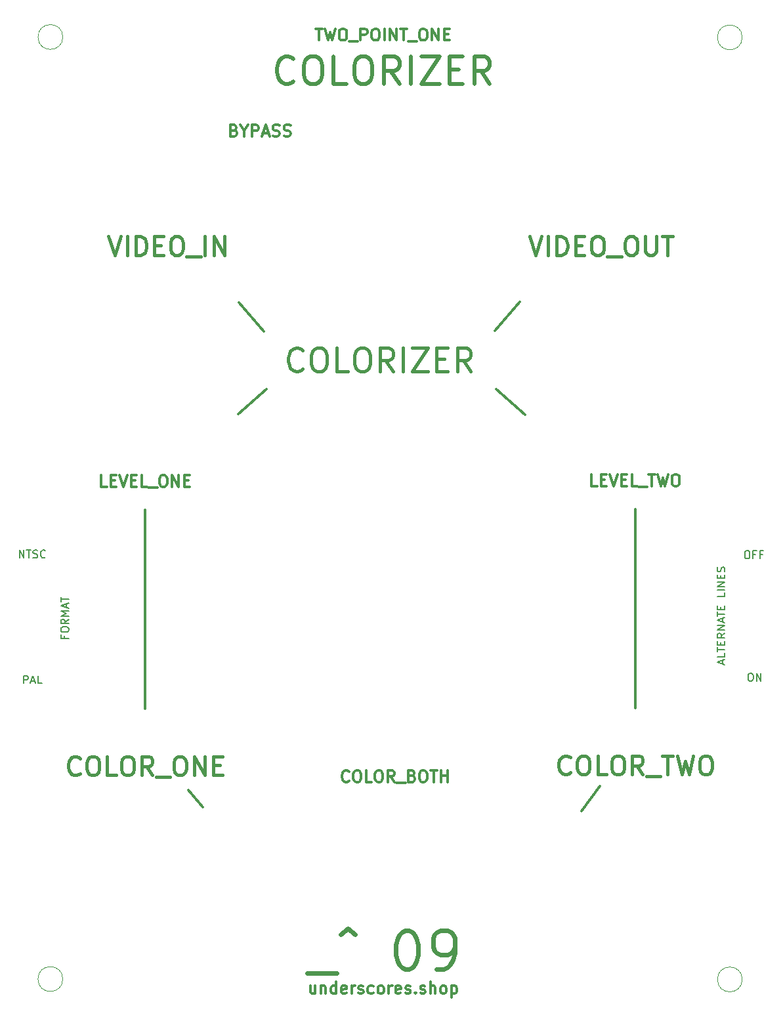
<source format=gbr>
%TF.GenerationSoftware,KiCad,Pcbnew,7.0.9*%
%TF.CreationDate,2024-04-27T17:18:48+10:00*%
%TF.ProjectId,eurorack_panel,6575726f-7261-4636-9b5f-70616e656c2e,rev?*%
%TF.SameCoordinates,Original*%
%TF.FileFunction,Legend,Top*%
%TF.FilePolarity,Positive*%
%FSLAX46Y46*%
G04 Gerber Fmt 4.6, Leading zero omitted, Abs format (unit mm)*
G04 Created by KiCad (PCBNEW 7.0.9) date 2024-04-27 17:18:48*
%MOMM*%
%LPD*%
G01*
G04 APERTURE LIST*
%ADD10C,0.350000*%
%ADD11C,0.050000*%
%ADD12C,0.450000*%
%ADD13C,0.200000*%
%ADD14C,0.400000*%
%ADD15C,0.500000*%
%ADD16C,0.600000*%
%ADD17C,0.300000*%
G04 APERTURE END LIST*
D10*
X88550000Y-136500000D02*
X86650000Y-134300000D01*
X96750000Y-82575000D02*
X93050000Y-85825000D01*
X96400000Y-75100000D02*
X93150000Y-71400000D01*
D11*
X70450000Y-158700000D02*
G75*
G03*
X70450000Y-158700000I-1600000J0D01*
G01*
X70450000Y-37150000D02*
G75*
G03*
X70450000Y-37150000I-1600000J0D01*
G01*
X158100000Y-158750000D02*
G75*
G03*
X158100000Y-158750000I-1600000J0D01*
G01*
D10*
X137400000Y-137000000D02*
X139700000Y-133800000D01*
X144300000Y-98100000D02*
X144300000Y-123700000D01*
X130100000Y-85850000D02*
X126400000Y-82600000D01*
D11*
X158100000Y-37200000D02*
G75*
G03*
X158100000Y-37200000I-1600000J0D01*
G01*
D10*
X81100000Y-98200000D02*
X81100000Y-123800000D01*
X129450000Y-71350000D02*
X126200000Y-75050000D01*
D12*
X135900000Y-132058314D02*
X135785714Y-132172600D01*
X135785714Y-132172600D02*
X135442857Y-132286885D01*
X135442857Y-132286885D02*
X135214285Y-132286885D01*
X135214285Y-132286885D02*
X134871428Y-132172600D01*
X134871428Y-132172600D02*
X134642857Y-131944028D01*
X134642857Y-131944028D02*
X134528571Y-131715457D01*
X134528571Y-131715457D02*
X134414285Y-131258314D01*
X134414285Y-131258314D02*
X134414285Y-130915457D01*
X134414285Y-130915457D02*
X134528571Y-130458314D01*
X134528571Y-130458314D02*
X134642857Y-130229742D01*
X134642857Y-130229742D02*
X134871428Y-130001171D01*
X134871428Y-130001171D02*
X135214285Y-129886885D01*
X135214285Y-129886885D02*
X135442857Y-129886885D01*
X135442857Y-129886885D02*
X135785714Y-130001171D01*
X135785714Y-130001171D02*
X135900000Y-130115457D01*
X137385714Y-129886885D02*
X137842857Y-129886885D01*
X137842857Y-129886885D02*
X138071428Y-130001171D01*
X138071428Y-130001171D02*
X138300000Y-130229742D01*
X138300000Y-130229742D02*
X138414285Y-130686885D01*
X138414285Y-130686885D02*
X138414285Y-131486885D01*
X138414285Y-131486885D02*
X138300000Y-131944028D01*
X138300000Y-131944028D02*
X138071428Y-132172600D01*
X138071428Y-132172600D02*
X137842857Y-132286885D01*
X137842857Y-132286885D02*
X137385714Y-132286885D01*
X137385714Y-132286885D02*
X137157143Y-132172600D01*
X137157143Y-132172600D02*
X136928571Y-131944028D01*
X136928571Y-131944028D02*
X136814285Y-131486885D01*
X136814285Y-131486885D02*
X136814285Y-130686885D01*
X136814285Y-130686885D02*
X136928571Y-130229742D01*
X136928571Y-130229742D02*
X137157143Y-130001171D01*
X137157143Y-130001171D02*
X137385714Y-129886885D01*
X140585714Y-132286885D02*
X139442857Y-132286885D01*
X139442857Y-132286885D02*
X139442857Y-129886885D01*
X141842857Y-129886885D02*
X142300000Y-129886885D01*
X142300000Y-129886885D02*
X142528571Y-130001171D01*
X142528571Y-130001171D02*
X142757143Y-130229742D01*
X142757143Y-130229742D02*
X142871428Y-130686885D01*
X142871428Y-130686885D02*
X142871428Y-131486885D01*
X142871428Y-131486885D02*
X142757143Y-131944028D01*
X142757143Y-131944028D02*
X142528571Y-132172600D01*
X142528571Y-132172600D02*
X142300000Y-132286885D01*
X142300000Y-132286885D02*
X141842857Y-132286885D01*
X141842857Y-132286885D02*
X141614286Y-132172600D01*
X141614286Y-132172600D02*
X141385714Y-131944028D01*
X141385714Y-131944028D02*
X141271428Y-131486885D01*
X141271428Y-131486885D02*
X141271428Y-130686885D01*
X141271428Y-130686885D02*
X141385714Y-130229742D01*
X141385714Y-130229742D02*
X141614286Y-130001171D01*
X141614286Y-130001171D02*
X141842857Y-129886885D01*
X145271429Y-132286885D02*
X144471429Y-131144028D01*
X143900000Y-132286885D02*
X143900000Y-129886885D01*
X143900000Y-129886885D02*
X144814286Y-129886885D01*
X144814286Y-129886885D02*
X145042857Y-130001171D01*
X145042857Y-130001171D02*
X145157143Y-130115457D01*
X145157143Y-130115457D02*
X145271429Y-130344028D01*
X145271429Y-130344028D02*
X145271429Y-130686885D01*
X145271429Y-130686885D02*
X145157143Y-130915457D01*
X145157143Y-130915457D02*
X145042857Y-131029742D01*
X145042857Y-131029742D02*
X144814286Y-131144028D01*
X144814286Y-131144028D02*
X143900000Y-131144028D01*
X145728572Y-132515457D02*
X147557143Y-132515457D01*
X147785714Y-129886885D02*
X149157143Y-129886885D01*
X148471428Y-132286885D02*
X148471428Y-129886885D01*
X149728571Y-129886885D02*
X150299999Y-132286885D01*
X150299999Y-132286885D02*
X150757142Y-130572600D01*
X150757142Y-130572600D02*
X151214285Y-132286885D01*
X151214285Y-132286885D02*
X151785714Y-129886885D01*
X153157142Y-129886885D02*
X153614285Y-129886885D01*
X153614285Y-129886885D02*
X153842856Y-130001171D01*
X153842856Y-130001171D02*
X154071428Y-130229742D01*
X154071428Y-130229742D02*
X154185713Y-130686885D01*
X154185713Y-130686885D02*
X154185713Y-131486885D01*
X154185713Y-131486885D02*
X154071428Y-131944028D01*
X154071428Y-131944028D02*
X153842856Y-132172600D01*
X153842856Y-132172600D02*
X153614285Y-132286885D01*
X153614285Y-132286885D02*
X153157142Y-132286885D01*
X153157142Y-132286885D02*
X152928571Y-132172600D01*
X152928571Y-132172600D02*
X152699999Y-131944028D01*
X152699999Y-131944028D02*
X152585713Y-131486885D01*
X152585713Y-131486885D02*
X152585713Y-130686885D01*
X152585713Y-130686885D02*
X152699999Y-130229742D01*
X152699999Y-130229742D02*
X152928571Y-130001171D01*
X152928571Y-130001171D02*
X153157142Y-129886885D01*
D13*
X159080952Y-119252219D02*
X159271428Y-119252219D01*
X159271428Y-119252219D02*
X159366666Y-119299838D01*
X159366666Y-119299838D02*
X159461904Y-119395076D01*
X159461904Y-119395076D02*
X159509523Y-119585552D01*
X159509523Y-119585552D02*
X159509523Y-119918885D01*
X159509523Y-119918885D02*
X159461904Y-120109361D01*
X159461904Y-120109361D02*
X159366666Y-120204600D01*
X159366666Y-120204600D02*
X159271428Y-120252219D01*
X159271428Y-120252219D02*
X159080952Y-120252219D01*
X159080952Y-120252219D02*
X158985714Y-120204600D01*
X158985714Y-120204600D02*
X158890476Y-120109361D01*
X158890476Y-120109361D02*
X158842857Y-119918885D01*
X158842857Y-119918885D02*
X158842857Y-119585552D01*
X158842857Y-119585552D02*
X158890476Y-119395076D01*
X158890476Y-119395076D02*
X158985714Y-119299838D01*
X158985714Y-119299838D02*
X159080952Y-119252219D01*
X159938095Y-120252219D02*
X159938095Y-119252219D01*
X159938095Y-119252219D02*
X160509523Y-120252219D01*
X160509523Y-120252219D02*
X160509523Y-119252219D01*
D14*
X101371429Y-79981342D02*
X101228572Y-80124200D01*
X101228572Y-80124200D02*
X100800000Y-80267057D01*
X100800000Y-80267057D02*
X100514286Y-80267057D01*
X100514286Y-80267057D02*
X100085715Y-80124200D01*
X100085715Y-80124200D02*
X99800000Y-79838485D01*
X99800000Y-79838485D02*
X99657143Y-79552771D01*
X99657143Y-79552771D02*
X99514286Y-78981342D01*
X99514286Y-78981342D02*
X99514286Y-78552771D01*
X99514286Y-78552771D02*
X99657143Y-77981342D01*
X99657143Y-77981342D02*
X99800000Y-77695628D01*
X99800000Y-77695628D02*
X100085715Y-77409914D01*
X100085715Y-77409914D02*
X100514286Y-77267057D01*
X100514286Y-77267057D02*
X100800000Y-77267057D01*
X100800000Y-77267057D02*
X101228572Y-77409914D01*
X101228572Y-77409914D02*
X101371429Y-77552771D01*
X103228572Y-77267057D02*
X103800000Y-77267057D01*
X103800000Y-77267057D02*
X104085715Y-77409914D01*
X104085715Y-77409914D02*
X104371429Y-77695628D01*
X104371429Y-77695628D02*
X104514286Y-78267057D01*
X104514286Y-78267057D02*
X104514286Y-79267057D01*
X104514286Y-79267057D02*
X104371429Y-79838485D01*
X104371429Y-79838485D02*
X104085715Y-80124200D01*
X104085715Y-80124200D02*
X103800000Y-80267057D01*
X103800000Y-80267057D02*
X103228572Y-80267057D01*
X103228572Y-80267057D02*
X102942858Y-80124200D01*
X102942858Y-80124200D02*
X102657143Y-79838485D01*
X102657143Y-79838485D02*
X102514286Y-79267057D01*
X102514286Y-79267057D02*
X102514286Y-78267057D01*
X102514286Y-78267057D02*
X102657143Y-77695628D01*
X102657143Y-77695628D02*
X102942858Y-77409914D01*
X102942858Y-77409914D02*
X103228572Y-77267057D01*
X107228572Y-80267057D02*
X105800000Y-80267057D01*
X105800000Y-80267057D02*
X105800000Y-77267057D01*
X108800000Y-77267057D02*
X109371428Y-77267057D01*
X109371428Y-77267057D02*
X109657143Y-77409914D01*
X109657143Y-77409914D02*
X109942857Y-77695628D01*
X109942857Y-77695628D02*
X110085714Y-78267057D01*
X110085714Y-78267057D02*
X110085714Y-79267057D01*
X110085714Y-79267057D02*
X109942857Y-79838485D01*
X109942857Y-79838485D02*
X109657143Y-80124200D01*
X109657143Y-80124200D02*
X109371428Y-80267057D01*
X109371428Y-80267057D02*
X108800000Y-80267057D01*
X108800000Y-80267057D02*
X108514286Y-80124200D01*
X108514286Y-80124200D02*
X108228571Y-79838485D01*
X108228571Y-79838485D02*
X108085714Y-79267057D01*
X108085714Y-79267057D02*
X108085714Y-78267057D01*
X108085714Y-78267057D02*
X108228571Y-77695628D01*
X108228571Y-77695628D02*
X108514286Y-77409914D01*
X108514286Y-77409914D02*
X108800000Y-77267057D01*
X113085714Y-80267057D02*
X112085714Y-78838485D01*
X111371428Y-80267057D02*
X111371428Y-77267057D01*
X111371428Y-77267057D02*
X112514285Y-77267057D01*
X112514285Y-77267057D02*
X112800000Y-77409914D01*
X112800000Y-77409914D02*
X112942857Y-77552771D01*
X112942857Y-77552771D02*
X113085714Y-77838485D01*
X113085714Y-77838485D02*
X113085714Y-78267057D01*
X113085714Y-78267057D02*
X112942857Y-78552771D01*
X112942857Y-78552771D02*
X112800000Y-78695628D01*
X112800000Y-78695628D02*
X112514285Y-78838485D01*
X112514285Y-78838485D02*
X111371428Y-78838485D01*
X114371428Y-80267057D02*
X114371428Y-77267057D01*
X115514285Y-77267057D02*
X117514285Y-77267057D01*
X117514285Y-77267057D02*
X115514285Y-80267057D01*
X115514285Y-80267057D02*
X117514285Y-80267057D01*
X118657142Y-78695628D02*
X119657142Y-78695628D01*
X120085714Y-80267057D02*
X118657142Y-80267057D01*
X118657142Y-80267057D02*
X118657142Y-77267057D01*
X118657142Y-77267057D02*
X120085714Y-77267057D01*
X123085714Y-80267057D02*
X122085714Y-78838485D01*
X121371428Y-80267057D02*
X121371428Y-77267057D01*
X121371428Y-77267057D02*
X122514285Y-77267057D01*
X122514285Y-77267057D02*
X122800000Y-77409914D01*
X122800000Y-77409914D02*
X122942857Y-77552771D01*
X122942857Y-77552771D02*
X123085714Y-77838485D01*
X123085714Y-77838485D02*
X123085714Y-78267057D01*
X123085714Y-78267057D02*
X122942857Y-78552771D01*
X122942857Y-78552771D02*
X122800000Y-78695628D01*
X122800000Y-78695628D02*
X122514285Y-78838485D01*
X122514285Y-78838485D02*
X121371428Y-78838485D01*
D13*
X64857143Y-104352219D02*
X64857143Y-103352219D01*
X64857143Y-103352219D02*
X65428571Y-104352219D01*
X65428571Y-104352219D02*
X65428571Y-103352219D01*
X65761905Y-103352219D02*
X66333333Y-103352219D01*
X66047619Y-104352219D02*
X66047619Y-103352219D01*
X66619048Y-104304600D02*
X66761905Y-104352219D01*
X66761905Y-104352219D02*
X67000000Y-104352219D01*
X67000000Y-104352219D02*
X67095238Y-104304600D01*
X67095238Y-104304600D02*
X67142857Y-104256980D01*
X67142857Y-104256980D02*
X67190476Y-104161742D01*
X67190476Y-104161742D02*
X67190476Y-104066504D01*
X67190476Y-104066504D02*
X67142857Y-103971266D01*
X67142857Y-103971266D02*
X67095238Y-103923647D01*
X67095238Y-103923647D02*
X67000000Y-103876028D01*
X67000000Y-103876028D02*
X66809524Y-103828409D01*
X66809524Y-103828409D02*
X66714286Y-103780790D01*
X66714286Y-103780790D02*
X66666667Y-103733171D01*
X66666667Y-103733171D02*
X66619048Y-103637933D01*
X66619048Y-103637933D02*
X66619048Y-103542695D01*
X66619048Y-103542695D02*
X66666667Y-103447457D01*
X66666667Y-103447457D02*
X66714286Y-103399838D01*
X66714286Y-103399838D02*
X66809524Y-103352219D01*
X66809524Y-103352219D02*
X67047619Y-103352219D01*
X67047619Y-103352219D02*
X67190476Y-103399838D01*
X68190476Y-104256980D02*
X68142857Y-104304600D01*
X68142857Y-104304600D02*
X68000000Y-104352219D01*
X68000000Y-104352219D02*
X67904762Y-104352219D01*
X67904762Y-104352219D02*
X67761905Y-104304600D01*
X67761905Y-104304600D02*
X67666667Y-104209361D01*
X67666667Y-104209361D02*
X67619048Y-104114123D01*
X67619048Y-104114123D02*
X67571429Y-103923647D01*
X67571429Y-103923647D02*
X67571429Y-103780790D01*
X67571429Y-103780790D02*
X67619048Y-103590314D01*
X67619048Y-103590314D02*
X67666667Y-103495076D01*
X67666667Y-103495076D02*
X67761905Y-103399838D01*
X67761905Y-103399838D02*
X67904762Y-103352219D01*
X67904762Y-103352219D02*
X68000000Y-103352219D01*
X68000000Y-103352219D02*
X68142857Y-103399838D01*
X68142857Y-103399838D02*
X68190476Y-103447457D01*
D10*
X76135713Y-95175728D02*
X75421427Y-95175728D01*
X75421427Y-95175728D02*
X75421427Y-93675728D01*
X76635713Y-94390014D02*
X77135713Y-94390014D01*
X77349999Y-95175728D02*
X76635713Y-95175728D01*
X76635713Y-95175728D02*
X76635713Y-93675728D01*
X76635713Y-93675728D02*
X77349999Y-93675728D01*
X77778571Y-93675728D02*
X78278571Y-95175728D01*
X78278571Y-95175728D02*
X78778571Y-93675728D01*
X79278570Y-94390014D02*
X79778570Y-94390014D01*
X79992856Y-95175728D02*
X79278570Y-95175728D01*
X79278570Y-95175728D02*
X79278570Y-93675728D01*
X79278570Y-93675728D02*
X79992856Y-93675728D01*
X81349999Y-95175728D02*
X80635713Y-95175728D01*
X80635713Y-95175728D02*
X80635713Y-93675728D01*
X81492857Y-95318585D02*
X82635714Y-95318585D01*
X83278571Y-93675728D02*
X83564285Y-93675728D01*
X83564285Y-93675728D02*
X83707142Y-93747157D01*
X83707142Y-93747157D02*
X83849999Y-93890014D01*
X83849999Y-93890014D02*
X83921428Y-94175728D01*
X83921428Y-94175728D02*
X83921428Y-94675728D01*
X83921428Y-94675728D02*
X83849999Y-94961442D01*
X83849999Y-94961442D02*
X83707142Y-95104300D01*
X83707142Y-95104300D02*
X83564285Y-95175728D01*
X83564285Y-95175728D02*
X83278571Y-95175728D01*
X83278571Y-95175728D02*
X83135714Y-95104300D01*
X83135714Y-95104300D02*
X82992856Y-94961442D01*
X82992856Y-94961442D02*
X82921428Y-94675728D01*
X82921428Y-94675728D02*
X82921428Y-94175728D01*
X82921428Y-94175728D02*
X82992856Y-93890014D01*
X82992856Y-93890014D02*
X83135714Y-93747157D01*
X83135714Y-93747157D02*
X83278571Y-93675728D01*
X84564285Y-95175728D02*
X84564285Y-93675728D01*
X84564285Y-93675728D02*
X85421428Y-95175728D01*
X85421428Y-95175728D02*
X85421428Y-93675728D01*
X86135714Y-94390014D02*
X86635714Y-94390014D01*
X86850000Y-95175728D02*
X86135714Y-95175728D01*
X86135714Y-95175728D02*
X86135714Y-93675728D01*
X86135714Y-93675728D02*
X86850000Y-93675728D01*
D15*
X100216666Y-42859834D02*
X100049999Y-43026501D01*
X100049999Y-43026501D02*
X99549999Y-43193167D01*
X99549999Y-43193167D02*
X99216666Y-43193167D01*
X99216666Y-43193167D02*
X98716666Y-43026501D01*
X98716666Y-43026501D02*
X98383333Y-42693167D01*
X98383333Y-42693167D02*
X98216666Y-42359834D01*
X98216666Y-42359834D02*
X98049999Y-41693167D01*
X98049999Y-41693167D02*
X98049999Y-41193167D01*
X98049999Y-41193167D02*
X98216666Y-40526501D01*
X98216666Y-40526501D02*
X98383333Y-40193167D01*
X98383333Y-40193167D02*
X98716666Y-39859834D01*
X98716666Y-39859834D02*
X99216666Y-39693167D01*
X99216666Y-39693167D02*
X99549999Y-39693167D01*
X99549999Y-39693167D02*
X100049999Y-39859834D01*
X100049999Y-39859834D02*
X100216666Y-40026501D01*
X102383333Y-39693167D02*
X103049999Y-39693167D01*
X103049999Y-39693167D02*
X103383333Y-39859834D01*
X103383333Y-39859834D02*
X103716666Y-40193167D01*
X103716666Y-40193167D02*
X103883333Y-40859834D01*
X103883333Y-40859834D02*
X103883333Y-42026501D01*
X103883333Y-42026501D02*
X103716666Y-42693167D01*
X103716666Y-42693167D02*
X103383333Y-43026501D01*
X103383333Y-43026501D02*
X103049999Y-43193167D01*
X103049999Y-43193167D02*
X102383333Y-43193167D01*
X102383333Y-43193167D02*
X102049999Y-43026501D01*
X102049999Y-43026501D02*
X101716666Y-42693167D01*
X101716666Y-42693167D02*
X101549999Y-42026501D01*
X101549999Y-42026501D02*
X101549999Y-40859834D01*
X101549999Y-40859834D02*
X101716666Y-40193167D01*
X101716666Y-40193167D02*
X102049999Y-39859834D01*
X102049999Y-39859834D02*
X102383333Y-39693167D01*
X107050000Y-43193167D02*
X105383333Y-43193167D01*
X105383333Y-43193167D02*
X105383333Y-39693167D01*
X108883333Y-39693167D02*
X109549999Y-39693167D01*
X109549999Y-39693167D02*
X109883333Y-39859834D01*
X109883333Y-39859834D02*
X110216666Y-40193167D01*
X110216666Y-40193167D02*
X110383333Y-40859834D01*
X110383333Y-40859834D02*
X110383333Y-42026501D01*
X110383333Y-42026501D02*
X110216666Y-42693167D01*
X110216666Y-42693167D02*
X109883333Y-43026501D01*
X109883333Y-43026501D02*
X109549999Y-43193167D01*
X109549999Y-43193167D02*
X108883333Y-43193167D01*
X108883333Y-43193167D02*
X108549999Y-43026501D01*
X108549999Y-43026501D02*
X108216666Y-42693167D01*
X108216666Y-42693167D02*
X108049999Y-42026501D01*
X108049999Y-42026501D02*
X108049999Y-40859834D01*
X108049999Y-40859834D02*
X108216666Y-40193167D01*
X108216666Y-40193167D02*
X108549999Y-39859834D01*
X108549999Y-39859834D02*
X108883333Y-39693167D01*
X113883333Y-43193167D02*
X112716666Y-41526501D01*
X111883333Y-43193167D02*
X111883333Y-39693167D01*
X111883333Y-39693167D02*
X113216666Y-39693167D01*
X113216666Y-39693167D02*
X113550000Y-39859834D01*
X113550000Y-39859834D02*
X113716666Y-40026501D01*
X113716666Y-40026501D02*
X113883333Y-40359834D01*
X113883333Y-40359834D02*
X113883333Y-40859834D01*
X113883333Y-40859834D02*
X113716666Y-41193167D01*
X113716666Y-41193167D02*
X113550000Y-41359834D01*
X113550000Y-41359834D02*
X113216666Y-41526501D01*
X113216666Y-41526501D02*
X111883333Y-41526501D01*
X115383333Y-43193167D02*
X115383333Y-39693167D01*
X116716667Y-39693167D02*
X119050000Y-39693167D01*
X119050000Y-39693167D02*
X116716667Y-43193167D01*
X116716667Y-43193167D02*
X119050000Y-43193167D01*
X120383333Y-41359834D02*
X121550000Y-41359834D01*
X122050000Y-43193167D02*
X120383333Y-43193167D01*
X120383333Y-43193167D02*
X120383333Y-39693167D01*
X120383333Y-39693167D02*
X122050000Y-39693167D01*
X125550000Y-43193167D02*
X124383333Y-41526501D01*
X123550000Y-43193167D02*
X123550000Y-39693167D01*
X123550000Y-39693167D02*
X124883333Y-39693167D01*
X124883333Y-39693167D02*
X125216667Y-39859834D01*
X125216667Y-39859834D02*
X125383333Y-40026501D01*
X125383333Y-40026501D02*
X125550000Y-40359834D01*
X125550000Y-40359834D02*
X125550000Y-40859834D01*
X125550000Y-40859834D02*
X125383333Y-41193167D01*
X125383333Y-41193167D02*
X125216667Y-41359834D01*
X125216667Y-41359834D02*
X124883333Y-41526501D01*
X124883333Y-41526501D02*
X123550000Y-41526501D01*
D16*
X102000000Y-157908085D02*
X105809523Y-157908085D01*
X106285714Y-152908085D02*
X107238095Y-152193800D01*
X107238095Y-152193800D02*
X108190476Y-152908085D01*
X114619048Y-152431895D02*
X115095238Y-152431895D01*
X115095238Y-152431895D02*
X115571429Y-152669990D01*
X115571429Y-152669990D02*
X115809524Y-152908085D01*
X115809524Y-152908085D02*
X116047619Y-153384276D01*
X116047619Y-153384276D02*
X116285714Y-154336657D01*
X116285714Y-154336657D02*
X116285714Y-155527133D01*
X116285714Y-155527133D02*
X116047619Y-156479514D01*
X116047619Y-156479514D02*
X115809524Y-156955704D01*
X115809524Y-156955704D02*
X115571429Y-157193800D01*
X115571429Y-157193800D02*
X115095238Y-157431895D01*
X115095238Y-157431895D02*
X114619048Y-157431895D01*
X114619048Y-157431895D02*
X114142857Y-157193800D01*
X114142857Y-157193800D02*
X113904762Y-156955704D01*
X113904762Y-156955704D02*
X113666667Y-156479514D01*
X113666667Y-156479514D02*
X113428571Y-155527133D01*
X113428571Y-155527133D02*
X113428571Y-154336657D01*
X113428571Y-154336657D02*
X113666667Y-153384276D01*
X113666667Y-153384276D02*
X113904762Y-152908085D01*
X113904762Y-152908085D02*
X114142857Y-152669990D01*
X114142857Y-152669990D02*
X114619048Y-152431895D01*
X118666667Y-157431895D02*
X119619048Y-157431895D01*
X119619048Y-157431895D02*
X120095238Y-157193800D01*
X120095238Y-157193800D02*
X120333334Y-156955704D01*
X120333334Y-156955704D02*
X120809524Y-156241419D01*
X120809524Y-156241419D02*
X121047619Y-155289038D01*
X121047619Y-155289038D02*
X121047619Y-153384276D01*
X121047619Y-153384276D02*
X120809524Y-152908085D01*
X120809524Y-152908085D02*
X120571429Y-152669990D01*
X120571429Y-152669990D02*
X120095238Y-152431895D01*
X120095238Y-152431895D02*
X119142857Y-152431895D01*
X119142857Y-152431895D02*
X118666667Y-152669990D01*
X118666667Y-152669990D02*
X118428572Y-152908085D01*
X118428572Y-152908085D02*
X118190476Y-153384276D01*
X118190476Y-153384276D02*
X118190476Y-154574752D01*
X118190476Y-154574752D02*
X118428572Y-155050942D01*
X118428572Y-155050942D02*
X118666667Y-155289038D01*
X118666667Y-155289038D02*
X119142857Y-155527133D01*
X119142857Y-155527133D02*
X120095238Y-155527133D01*
X120095238Y-155527133D02*
X120571429Y-155289038D01*
X120571429Y-155289038D02*
X120809524Y-155050942D01*
X120809524Y-155050942D02*
X121047619Y-154574752D01*
D12*
X72642857Y-132158314D02*
X72528571Y-132272600D01*
X72528571Y-132272600D02*
X72185714Y-132386885D01*
X72185714Y-132386885D02*
X71957142Y-132386885D01*
X71957142Y-132386885D02*
X71614285Y-132272600D01*
X71614285Y-132272600D02*
X71385714Y-132044028D01*
X71385714Y-132044028D02*
X71271428Y-131815457D01*
X71271428Y-131815457D02*
X71157142Y-131358314D01*
X71157142Y-131358314D02*
X71157142Y-131015457D01*
X71157142Y-131015457D02*
X71271428Y-130558314D01*
X71271428Y-130558314D02*
X71385714Y-130329742D01*
X71385714Y-130329742D02*
X71614285Y-130101171D01*
X71614285Y-130101171D02*
X71957142Y-129986885D01*
X71957142Y-129986885D02*
X72185714Y-129986885D01*
X72185714Y-129986885D02*
X72528571Y-130101171D01*
X72528571Y-130101171D02*
X72642857Y-130215457D01*
X74128571Y-129986885D02*
X74585714Y-129986885D01*
X74585714Y-129986885D02*
X74814285Y-130101171D01*
X74814285Y-130101171D02*
X75042857Y-130329742D01*
X75042857Y-130329742D02*
X75157142Y-130786885D01*
X75157142Y-130786885D02*
X75157142Y-131586885D01*
X75157142Y-131586885D02*
X75042857Y-132044028D01*
X75042857Y-132044028D02*
X74814285Y-132272600D01*
X74814285Y-132272600D02*
X74585714Y-132386885D01*
X74585714Y-132386885D02*
X74128571Y-132386885D01*
X74128571Y-132386885D02*
X73900000Y-132272600D01*
X73900000Y-132272600D02*
X73671428Y-132044028D01*
X73671428Y-132044028D02*
X73557142Y-131586885D01*
X73557142Y-131586885D02*
X73557142Y-130786885D01*
X73557142Y-130786885D02*
X73671428Y-130329742D01*
X73671428Y-130329742D02*
X73900000Y-130101171D01*
X73900000Y-130101171D02*
X74128571Y-129986885D01*
X77328571Y-132386885D02*
X76185714Y-132386885D01*
X76185714Y-132386885D02*
X76185714Y-129986885D01*
X78585714Y-129986885D02*
X79042857Y-129986885D01*
X79042857Y-129986885D02*
X79271428Y-130101171D01*
X79271428Y-130101171D02*
X79500000Y-130329742D01*
X79500000Y-130329742D02*
X79614285Y-130786885D01*
X79614285Y-130786885D02*
X79614285Y-131586885D01*
X79614285Y-131586885D02*
X79500000Y-132044028D01*
X79500000Y-132044028D02*
X79271428Y-132272600D01*
X79271428Y-132272600D02*
X79042857Y-132386885D01*
X79042857Y-132386885D02*
X78585714Y-132386885D01*
X78585714Y-132386885D02*
X78357143Y-132272600D01*
X78357143Y-132272600D02*
X78128571Y-132044028D01*
X78128571Y-132044028D02*
X78014285Y-131586885D01*
X78014285Y-131586885D02*
X78014285Y-130786885D01*
X78014285Y-130786885D02*
X78128571Y-130329742D01*
X78128571Y-130329742D02*
X78357143Y-130101171D01*
X78357143Y-130101171D02*
X78585714Y-129986885D01*
X82014286Y-132386885D02*
X81214286Y-131244028D01*
X80642857Y-132386885D02*
X80642857Y-129986885D01*
X80642857Y-129986885D02*
X81557143Y-129986885D01*
X81557143Y-129986885D02*
X81785714Y-130101171D01*
X81785714Y-130101171D02*
X81900000Y-130215457D01*
X81900000Y-130215457D02*
X82014286Y-130444028D01*
X82014286Y-130444028D02*
X82014286Y-130786885D01*
X82014286Y-130786885D02*
X81900000Y-131015457D01*
X81900000Y-131015457D02*
X81785714Y-131129742D01*
X81785714Y-131129742D02*
X81557143Y-131244028D01*
X81557143Y-131244028D02*
X80642857Y-131244028D01*
X82471429Y-132615457D02*
X84300000Y-132615457D01*
X85328571Y-129986885D02*
X85785714Y-129986885D01*
X85785714Y-129986885D02*
X86014285Y-130101171D01*
X86014285Y-130101171D02*
X86242857Y-130329742D01*
X86242857Y-130329742D02*
X86357142Y-130786885D01*
X86357142Y-130786885D02*
X86357142Y-131586885D01*
X86357142Y-131586885D02*
X86242857Y-132044028D01*
X86242857Y-132044028D02*
X86014285Y-132272600D01*
X86014285Y-132272600D02*
X85785714Y-132386885D01*
X85785714Y-132386885D02*
X85328571Y-132386885D01*
X85328571Y-132386885D02*
X85100000Y-132272600D01*
X85100000Y-132272600D02*
X84871428Y-132044028D01*
X84871428Y-132044028D02*
X84757142Y-131586885D01*
X84757142Y-131586885D02*
X84757142Y-130786885D01*
X84757142Y-130786885D02*
X84871428Y-130329742D01*
X84871428Y-130329742D02*
X85100000Y-130101171D01*
X85100000Y-130101171D02*
X85328571Y-129986885D01*
X87385714Y-132386885D02*
X87385714Y-129986885D01*
X87385714Y-129986885D02*
X88757143Y-132386885D01*
X88757143Y-132386885D02*
X88757143Y-129986885D01*
X89900000Y-131129742D02*
X90700000Y-131129742D01*
X91042857Y-132386885D02*
X89900000Y-132386885D01*
X89900000Y-132386885D02*
X89900000Y-129986885D01*
X89900000Y-129986885D02*
X91042857Y-129986885D01*
D13*
X65404762Y-120552219D02*
X65404762Y-119552219D01*
X65404762Y-119552219D02*
X65785714Y-119552219D01*
X65785714Y-119552219D02*
X65880952Y-119599838D01*
X65880952Y-119599838D02*
X65928571Y-119647457D01*
X65928571Y-119647457D02*
X65976190Y-119742695D01*
X65976190Y-119742695D02*
X65976190Y-119885552D01*
X65976190Y-119885552D02*
X65928571Y-119980790D01*
X65928571Y-119980790D02*
X65880952Y-120028409D01*
X65880952Y-120028409D02*
X65785714Y-120076028D01*
X65785714Y-120076028D02*
X65404762Y-120076028D01*
X66357143Y-120266504D02*
X66833333Y-120266504D01*
X66261905Y-120552219D02*
X66595238Y-119552219D01*
X66595238Y-119552219D02*
X66928571Y-120552219D01*
X67738095Y-120552219D02*
X67261905Y-120552219D01*
X67261905Y-120552219D02*
X67261905Y-119552219D01*
D17*
X103085713Y-36078328D02*
X103942856Y-36078328D01*
X103514284Y-37578328D02*
X103514284Y-36078328D01*
X104299998Y-36078328D02*
X104657141Y-37578328D01*
X104657141Y-37578328D02*
X104942855Y-36506900D01*
X104942855Y-36506900D02*
X105228570Y-37578328D01*
X105228570Y-37578328D02*
X105585713Y-36078328D01*
X106442856Y-36078328D02*
X106728570Y-36078328D01*
X106728570Y-36078328D02*
X106871427Y-36149757D01*
X106871427Y-36149757D02*
X107014284Y-36292614D01*
X107014284Y-36292614D02*
X107085713Y-36578328D01*
X107085713Y-36578328D02*
X107085713Y-37078328D01*
X107085713Y-37078328D02*
X107014284Y-37364042D01*
X107014284Y-37364042D02*
X106871427Y-37506900D01*
X106871427Y-37506900D02*
X106728570Y-37578328D01*
X106728570Y-37578328D02*
X106442856Y-37578328D01*
X106442856Y-37578328D02*
X106299999Y-37506900D01*
X106299999Y-37506900D02*
X106157141Y-37364042D01*
X106157141Y-37364042D02*
X106085713Y-37078328D01*
X106085713Y-37078328D02*
X106085713Y-36578328D01*
X106085713Y-36578328D02*
X106157141Y-36292614D01*
X106157141Y-36292614D02*
X106299999Y-36149757D01*
X106299999Y-36149757D02*
X106442856Y-36078328D01*
X107371428Y-37721185D02*
X108514285Y-37721185D01*
X108871427Y-37578328D02*
X108871427Y-36078328D01*
X108871427Y-36078328D02*
X109442856Y-36078328D01*
X109442856Y-36078328D02*
X109585713Y-36149757D01*
X109585713Y-36149757D02*
X109657142Y-36221185D01*
X109657142Y-36221185D02*
X109728570Y-36364042D01*
X109728570Y-36364042D02*
X109728570Y-36578328D01*
X109728570Y-36578328D02*
X109657142Y-36721185D01*
X109657142Y-36721185D02*
X109585713Y-36792614D01*
X109585713Y-36792614D02*
X109442856Y-36864042D01*
X109442856Y-36864042D02*
X108871427Y-36864042D01*
X110657142Y-36078328D02*
X110942856Y-36078328D01*
X110942856Y-36078328D02*
X111085713Y-36149757D01*
X111085713Y-36149757D02*
X111228570Y-36292614D01*
X111228570Y-36292614D02*
X111299999Y-36578328D01*
X111299999Y-36578328D02*
X111299999Y-37078328D01*
X111299999Y-37078328D02*
X111228570Y-37364042D01*
X111228570Y-37364042D02*
X111085713Y-37506900D01*
X111085713Y-37506900D02*
X110942856Y-37578328D01*
X110942856Y-37578328D02*
X110657142Y-37578328D01*
X110657142Y-37578328D02*
X110514285Y-37506900D01*
X110514285Y-37506900D02*
X110371427Y-37364042D01*
X110371427Y-37364042D02*
X110299999Y-37078328D01*
X110299999Y-37078328D02*
X110299999Y-36578328D01*
X110299999Y-36578328D02*
X110371427Y-36292614D01*
X110371427Y-36292614D02*
X110514285Y-36149757D01*
X110514285Y-36149757D02*
X110657142Y-36078328D01*
X111942856Y-37578328D02*
X111942856Y-36078328D01*
X112657142Y-37578328D02*
X112657142Y-36078328D01*
X112657142Y-36078328D02*
X113514285Y-37578328D01*
X113514285Y-37578328D02*
X113514285Y-36078328D01*
X114014286Y-36078328D02*
X114871429Y-36078328D01*
X114442857Y-37578328D02*
X114442857Y-36078328D01*
X115014286Y-37721185D02*
X116157143Y-37721185D01*
X116800000Y-36078328D02*
X117085714Y-36078328D01*
X117085714Y-36078328D02*
X117228571Y-36149757D01*
X117228571Y-36149757D02*
X117371428Y-36292614D01*
X117371428Y-36292614D02*
X117442857Y-36578328D01*
X117442857Y-36578328D02*
X117442857Y-37078328D01*
X117442857Y-37078328D02*
X117371428Y-37364042D01*
X117371428Y-37364042D02*
X117228571Y-37506900D01*
X117228571Y-37506900D02*
X117085714Y-37578328D01*
X117085714Y-37578328D02*
X116800000Y-37578328D01*
X116800000Y-37578328D02*
X116657143Y-37506900D01*
X116657143Y-37506900D02*
X116514285Y-37364042D01*
X116514285Y-37364042D02*
X116442857Y-37078328D01*
X116442857Y-37078328D02*
X116442857Y-36578328D01*
X116442857Y-36578328D02*
X116514285Y-36292614D01*
X116514285Y-36292614D02*
X116657143Y-36149757D01*
X116657143Y-36149757D02*
X116800000Y-36078328D01*
X118085714Y-37578328D02*
X118085714Y-36078328D01*
X118085714Y-36078328D02*
X118942857Y-37578328D01*
X118942857Y-37578328D02*
X118942857Y-36078328D01*
X119657143Y-36792614D02*
X120157143Y-36792614D01*
X120371429Y-37578328D02*
X119657143Y-37578328D01*
X119657143Y-37578328D02*
X119657143Y-36078328D01*
X119657143Y-36078328D02*
X120371429Y-36078328D01*
D10*
X139371428Y-95075728D02*
X138657142Y-95075728D01*
X138657142Y-95075728D02*
X138657142Y-93575728D01*
X139871428Y-94290014D02*
X140371428Y-94290014D01*
X140585714Y-95075728D02*
X139871428Y-95075728D01*
X139871428Y-95075728D02*
X139871428Y-93575728D01*
X139871428Y-93575728D02*
X140585714Y-93575728D01*
X141014286Y-93575728D02*
X141514286Y-95075728D01*
X141514286Y-95075728D02*
X142014286Y-93575728D01*
X142514285Y-94290014D02*
X143014285Y-94290014D01*
X143228571Y-95075728D02*
X142514285Y-95075728D01*
X142514285Y-95075728D02*
X142514285Y-93575728D01*
X142514285Y-93575728D02*
X143228571Y-93575728D01*
X144585714Y-95075728D02*
X143871428Y-95075728D01*
X143871428Y-95075728D02*
X143871428Y-93575728D01*
X144728572Y-95218585D02*
X145871429Y-95218585D01*
X146014286Y-93575728D02*
X146871429Y-93575728D01*
X146442857Y-95075728D02*
X146442857Y-93575728D01*
X147228571Y-93575728D02*
X147585714Y-95075728D01*
X147585714Y-95075728D02*
X147871428Y-94004300D01*
X147871428Y-94004300D02*
X148157143Y-95075728D01*
X148157143Y-95075728D02*
X148514286Y-93575728D01*
X149371429Y-93575728D02*
X149657143Y-93575728D01*
X149657143Y-93575728D02*
X149800000Y-93647157D01*
X149800000Y-93647157D02*
X149942857Y-93790014D01*
X149942857Y-93790014D02*
X150014286Y-94075728D01*
X150014286Y-94075728D02*
X150014286Y-94575728D01*
X150014286Y-94575728D02*
X149942857Y-94861442D01*
X149942857Y-94861442D02*
X149800000Y-95004300D01*
X149800000Y-95004300D02*
X149657143Y-95075728D01*
X149657143Y-95075728D02*
X149371429Y-95075728D01*
X149371429Y-95075728D02*
X149228572Y-95004300D01*
X149228572Y-95004300D02*
X149085714Y-94861442D01*
X149085714Y-94861442D02*
X149014286Y-94575728D01*
X149014286Y-94575728D02*
X149014286Y-94075728D01*
X149014286Y-94075728D02*
X149085714Y-93790014D01*
X149085714Y-93790014D02*
X149228572Y-93647157D01*
X149228572Y-93647157D02*
X149371429Y-93575728D01*
X92542857Y-49190014D02*
X92757143Y-49261442D01*
X92757143Y-49261442D02*
X92828572Y-49332871D01*
X92828572Y-49332871D02*
X92900000Y-49475728D01*
X92900000Y-49475728D02*
X92900000Y-49690014D01*
X92900000Y-49690014D02*
X92828572Y-49832871D01*
X92828572Y-49832871D02*
X92757143Y-49904300D01*
X92757143Y-49904300D02*
X92614286Y-49975728D01*
X92614286Y-49975728D02*
X92042857Y-49975728D01*
X92042857Y-49975728D02*
X92042857Y-48475728D01*
X92042857Y-48475728D02*
X92542857Y-48475728D01*
X92542857Y-48475728D02*
X92685715Y-48547157D01*
X92685715Y-48547157D02*
X92757143Y-48618585D01*
X92757143Y-48618585D02*
X92828572Y-48761442D01*
X92828572Y-48761442D02*
X92828572Y-48904300D01*
X92828572Y-48904300D02*
X92757143Y-49047157D01*
X92757143Y-49047157D02*
X92685715Y-49118585D01*
X92685715Y-49118585D02*
X92542857Y-49190014D01*
X92542857Y-49190014D02*
X92042857Y-49190014D01*
X93828572Y-49261442D02*
X93828572Y-49975728D01*
X93328572Y-48475728D02*
X93828572Y-49261442D01*
X93828572Y-49261442D02*
X94328572Y-48475728D01*
X94828571Y-49975728D02*
X94828571Y-48475728D01*
X94828571Y-48475728D02*
X95400000Y-48475728D01*
X95400000Y-48475728D02*
X95542857Y-48547157D01*
X95542857Y-48547157D02*
X95614286Y-48618585D01*
X95614286Y-48618585D02*
X95685714Y-48761442D01*
X95685714Y-48761442D02*
X95685714Y-48975728D01*
X95685714Y-48975728D02*
X95614286Y-49118585D01*
X95614286Y-49118585D02*
X95542857Y-49190014D01*
X95542857Y-49190014D02*
X95400000Y-49261442D01*
X95400000Y-49261442D02*
X94828571Y-49261442D01*
X96257143Y-49547157D02*
X96971429Y-49547157D01*
X96114286Y-49975728D02*
X96614286Y-48475728D01*
X96614286Y-48475728D02*
X97114286Y-49975728D01*
X97542857Y-49904300D02*
X97757143Y-49975728D01*
X97757143Y-49975728D02*
X98114285Y-49975728D01*
X98114285Y-49975728D02*
X98257143Y-49904300D01*
X98257143Y-49904300D02*
X98328571Y-49832871D01*
X98328571Y-49832871D02*
X98400000Y-49690014D01*
X98400000Y-49690014D02*
X98400000Y-49547157D01*
X98400000Y-49547157D02*
X98328571Y-49404300D01*
X98328571Y-49404300D02*
X98257143Y-49332871D01*
X98257143Y-49332871D02*
X98114285Y-49261442D01*
X98114285Y-49261442D02*
X97828571Y-49190014D01*
X97828571Y-49190014D02*
X97685714Y-49118585D01*
X97685714Y-49118585D02*
X97614285Y-49047157D01*
X97614285Y-49047157D02*
X97542857Y-48904300D01*
X97542857Y-48904300D02*
X97542857Y-48761442D01*
X97542857Y-48761442D02*
X97614285Y-48618585D01*
X97614285Y-48618585D02*
X97685714Y-48547157D01*
X97685714Y-48547157D02*
X97828571Y-48475728D01*
X97828571Y-48475728D02*
X98185714Y-48475728D01*
X98185714Y-48475728D02*
X98400000Y-48547157D01*
X98971428Y-49904300D02*
X99185714Y-49975728D01*
X99185714Y-49975728D02*
X99542856Y-49975728D01*
X99542856Y-49975728D02*
X99685714Y-49904300D01*
X99685714Y-49904300D02*
X99757142Y-49832871D01*
X99757142Y-49832871D02*
X99828571Y-49690014D01*
X99828571Y-49690014D02*
X99828571Y-49547157D01*
X99828571Y-49547157D02*
X99757142Y-49404300D01*
X99757142Y-49404300D02*
X99685714Y-49332871D01*
X99685714Y-49332871D02*
X99542856Y-49261442D01*
X99542856Y-49261442D02*
X99257142Y-49190014D01*
X99257142Y-49190014D02*
X99114285Y-49118585D01*
X99114285Y-49118585D02*
X99042856Y-49047157D01*
X99042856Y-49047157D02*
X98971428Y-48904300D01*
X98971428Y-48904300D02*
X98971428Y-48761442D01*
X98971428Y-48761442D02*
X99042856Y-48618585D01*
X99042856Y-48618585D02*
X99114285Y-48547157D01*
X99114285Y-48547157D02*
X99257142Y-48475728D01*
X99257142Y-48475728D02*
X99614285Y-48475728D01*
X99614285Y-48475728D02*
X99828571Y-48547157D01*
D17*
X103014286Y-159578328D02*
X103014286Y-160578328D01*
X102371428Y-159578328D02*
X102371428Y-160364042D01*
X102371428Y-160364042D02*
X102442857Y-160506900D01*
X102442857Y-160506900D02*
X102585714Y-160578328D01*
X102585714Y-160578328D02*
X102800000Y-160578328D01*
X102800000Y-160578328D02*
X102942857Y-160506900D01*
X102942857Y-160506900D02*
X103014286Y-160435471D01*
X103728571Y-159578328D02*
X103728571Y-160578328D01*
X103728571Y-159721185D02*
X103800000Y-159649757D01*
X103800000Y-159649757D02*
X103942857Y-159578328D01*
X103942857Y-159578328D02*
X104157143Y-159578328D01*
X104157143Y-159578328D02*
X104300000Y-159649757D01*
X104300000Y-159649757D02*
X104371429Y-159792614D01*
X104371429Y-159792614D02*
X104371429Y-160578328D01*
X105728572Y-160578328D02*
X105728572Y-159078328D01*
X105728572Y-160506900D02*
X105585714Y-160578328D01*
X105585714Y-160578328D02*
X105300000Y-160578328D01*
X105300000Y-160578328D02*
X105157143Y-160506900D01*
X105157143Y-160506900D02*
X105085714Y-160435471D01*
X105085714Y-160435471D02*
X105014286Y-160292614D01*
X105014286Y-160292614D02*
X105014286Y-159864042D01*
X105014286Y-159864042D02*
X105085714Y-159721185D01*
X105085714Y-159721185D02*
X105157143Y-159649757D01*
X105157143Y-159649757D02*
X105300000Y-159578328D01*
X105300000Y-159578328D02*
X105585714Y-159578328D01*
X105585714Y-159578328D02*
X105728572Y-159649757D01*
X107014286Y-160506900D02*
X106871429Y-160578328D01*
X106871429Y-160578328D02*
X106585715Y-160578328D01*
X106585715Y-160578328D02*
X106442857Y-160506900D01*
X106442857Y-160506900D02*
X106371429Y-160364042D01*
X106371429Y-160364042D02*
X106371429Y-159792614D01*
X106371429Y-159792614D02*
X106442857Y-159649757D01*
X106442857Y-159649757D02*
X106585715Y-159578328D01*
X106585715Y-159578328D02*
X106871429Y-159578328D01*
X106871429Y-159578328D02*
X107014286Y-159649757D01*
X107014286Y-159649757D02*
X107085715Y-159792614D01*
X107085715Y-159792614D02*
X107085715Y-159935471D01*
X107085715Y-159935471D02*
X106371429Y-160078328D01*
X107728571Y-160578328D02*
X107728571Y-159578328D01*
X107728571Y-159864042D02*
X107800000Y-159721185D01*
X107800000Y-159721185D02*
X107871429Y-159649757D01*
X107871429Y-159649757D02*
X108014286Y-159578328D01*
X108014286Y-159578328D02*
X108157143Y-159578328D01*
X108585714Y-160506900D02*
X108728571Y-160578328D01*
X108728571Y-160578328D02*
X109014285Y-160578328D01*
X109014285Y-160578328D02*
X109157142Y-160506900D01*
X109157142Y-160506900D02*
X109228571Y-160364042D01*
X109228571Y-160364042D02*
X109228571Y-160292614D01*
X109228571Y-160292614D02*
X109157142Y-160149757D01*
X109157142Y-160149757D02*
X109014285Y-160078328D01*
X109014285Y-160078328D02*
X108800000Y-160078328D01*
X108800000Y-160078328D02*
X108657142Y-160006900D01*
X108657142Y-160006900D02*
X108585714Y-159864042D01*
X108585714Y-159864042D02*
X108585714Y-159792614D01*
X108585714Y-159792614D02*
X108657142Y-159649757D01*
X108657142Y-159649757D02*
X108800000Y-159578328D01*
X108800000Y-159578328D02*
X109014285Y-159578328D01*
X109014285Y-159578328D02*
X109157142Y-159649757D01*
X110514286Y-160506900D02*
X110371428Y-160578328D01*
X110371428Y-160578328D02*
X110085714Y-160578328D01*
X110085714Y-160578328D02*
X109942857Y-160506900D01*
X109942857Y-160506900D02*
X109871428Y-160435471D01*
X109871428Y-160435471D02*
X109800000Y-160292614D01*
X109800000Y-160292614D02*
X109800000Y-159864042D01*
X109800000Y-159864042D02*
X109871428Y-159721185D01*
X109871428Y-159721185D02*
X109942857Y-159649757D01*
X109942857Y-159649757D02*
X110085714Y-159578328D01*
X110085714Y-159578328D02*
X110371428Y-159578328D01*
X110371428Y-159578328D02*
X110514286Y-159649757D01*
X111371428Y-160578328D02*
X111228571Y-160506900D01*
X111228571Y-160506900D02*
X111157142Y-160435471D01*
X111157142Y-160435471D02*
X111085714Y-160292614D01*
X111085714Y-160292614D02*
X111085714Y-159864042D01*
X111085714Y-159864042D02*
X111157142Y-159721185D01*
X111157142Y-159721185D02*
X111228571Y-159649757D01*
X111228571Y-159649757D02*
X111371428Y-159578328D01*
X111371428Y-159578328D02*
X111585714Y-159578328D01*
X111585714Y-159578328D02*
X111728571Y-159649757D01*
X111728571Y-159649757D02*
X111800000Y-159721185D01*
X111800000Y-159721185D02*
X111871428Y-159864042D01*
X111871428Y-159864042D02*
X111871428Y-160292614D01*
X111871428Y-160292614D02*
X111800000Y-160435471D01*
X111800000Y-160435471D02*
X111728571Y-160506900D01*
X111728571Y-160506900D02*
X111585714Y-160578328D01*
X111585714Y-160578328D02*
X111371428Y-160578328D01*
X112514285Y-160578328D02*
X112514285Y-159578328D01*
X112514285Y-159864042D02*
X112585714Y-159721185D01*
X112585714Y-159721185D02*
X112657143Y-159649757D01*
X112657143Y-159649757D02*
X112800000Y-159578328D01*
X112800000Y-159578328D02*
X112942857Y-159578328D01*
X114014285Y-160506900D02*
X113871428Y-160578328D01*
X113871428Y-160578328D02*
X113585714Y-160578328D01*
X113585714Y-160578328D02*
X113442856Y-160506900D01*
X113442856Y-160506900D02*
X113371428Y-160364042D01*
X113371428Y-160364042D02*
X113371428Y-159792614D01*
X113371428Y-159792614D02*
X113442856Y-159649757D01*
X113442856Y-159649757D02*
X113585714Y-159578328D01*
X113585714Y-159578328D02*
X113871428Y-159578328D01*
X113871428Y-159578328D02*
X114014285Y-159649757D01*
X114014285Y-159649757D02*
X114085714Y-159792614D01*
X114085714Y-159792614D02*
X114085714Y-159935471D01*
X114085714Y-159935471D02*
X113371428Y-160078328D01*
X114657142Y-160506900D02*
X114799999Y-160578328D01*
X114799999Y-160578328D02*
X115085713Y-160578328D01*
X115085713Y-160578328D02*
X115228570Y-160506900D01*
X115228570Y-160506900D02*
X115299999Y-160364042D01*
X115299999Y-160364042D02*
X115299999Y-160292614D01*
X115299999Y-160292614D02*
X115228570Y-160149757D01*
X115228570Y-160149757D02*
X115085713Y-160078328D01*
X115085713Y-160078328D02*
X114871428Y-160078328D01*
X114871428Y-160078328D02*
X114728570Y-160006900D01*
X114728570Y-160006900D02*
X114657142Y-159864042D01*
X114657142Y-159864042D02*
X114657142Y-159792614D01*
X114657142Y-159792614D02*
X114728570Y-159649757D01*
X114728570Y-159649757D02*
X114871428Y-159578328D01*
X114871428Y-159578328D02*
X115085713Y-159578328D01*
X115085713Y-159578328D02*
X115228570Y-159649757D01*
X115942856Y-160435471D02*
X116014285Y-160506900D01*
X116014285Y-160506900D02*
X115942856Y-160578328D01*
X115942856Y-160578328D02*
X115871428Y-160506900D01*
X115871428Y-160506900D02*
X115942856Y-160435471D01*
X115942856Y-160435471D02*
X115942856Y-160578328D01*
X116585714Y-160506900D02*
X116728571Y-160578328D01*
X116728571Y-160578328D02*
X117014285Y-160578328D01*
X117014285Y-160578328D02*
X117157142Y-160506900D01*
X117157142Y-160506900D02*
X117228571Y-160364042D01*
X117228571Y-160364042D02*
X117228571Y-160292614D01*
X117228571Y-160292614D02*
X117157142Y-160149757D01*
X117157142Y-160149757D02*
X117014285Y-160078328D01*
X117014285Y-160078328D02*
X116800000Y-160078328D01*
X116800000Y-160078328D02*
X116657142Y-160006900D01*
X116657142Y-160006900D02*
X116585714Y-159864042D01*
X116585714Y-159864042D02*
X116585714Y-159792614D01*
X116585714Y-159792614D02*
X116657142Y-159649757D01*
X116657142Y-159649757D02*
X116800000Y-159578328D01*
X116800000Y-159578328D02*
X117014285Y-159578328D01*
X117014285Y-159578328D02*
X117157142Y-159649757D01*
X117871428Y-160578328D02*
X117871428Y-159078328D01*
X118514286Y-160578328D02*
X118514286Y-159792614D01*
X118514286Y-159792614D02*
X118442857Y-159649757D01*
X118442857Y-159649757D02*
X118300000Y-159578328D01*
X118300000Y-159578328D02*
X118085714Y-159578328D01*
X118085714Y-159578328D02*
X117942857Y-159649757D01*
X117942857Y-159649757D02*
X117871428Y-159721185D01*
X119442857Y-160578328D02*
X119300000Y-160506900D01*
X119300000Y-160506900D02*
X119228571Y-160435471D01*
X119228571Y-160435471D02*
X119157143Y-160292614D01*
X119157143Y-160292614D02*
X119157143Y-159864042D01*
X119157143Y-159864042D02*
X119228571Y-159721185D01*
X119228571Y-159721185D02*
X119300000Y-159649757D01*
X119300000Y-159649757D02*
X119442857Y-159578328D01*
X119442857Y-159578328D02*
X119657143Y-159578328D01*
X119657143Y-159578328D02*
X119800000Y-159649757D01*
X119800000Y-159649757D02*
X119871429Y-159721185D01*
X119871429Y-159721185D02*
X119942857Y-159864042D01*
X119942857Y-159864042D02*
X119942857Y-160292614D01*
X119942857Y-160292614D02*
X119871429Y-160435471D01*
X119871429Y-160435471D02*
X119800000Y-160506900D01*
X119800000Y-160506900D02*
X119657143Y-160578328D01*
X119657143Y-160578328D02*
X119442857Y-160578328D01*
X120585714Y-159578328D02*
X120585714Y-161078328D01*
X120585714Y-159649757D02*
X120728572Y-159578328D01*
X120728572Y-159578328D02*
X121014286Y-159578328D01*
X121014286Y-159578328D02*
X121157143Y-159649757D01*
X121157143Y-159649757D02*
X121228572Y-159721185D01*
X121228572Y-159721185D02*
X121300000Y-159864042D01*
X121300000Y-159864042D02*
X121300000Y-160292614D01*
X121300000Y-160292614D02*
X121228572Y-160435471D01*
X121228572Y-160435471D02*
X121157143Y-160506900D01*
X121157143Y-160506900D02*
X121014286Y-160578328D01*
X121014286Y-160578328D02*
X120728572Y-160578328D01*
X120728572Y-160578328D02*
X120585714Y-160506900D01*
D12*
X76342857Y-62886885D02*
X77142857Y-65286885D01*
X77142857Y-65286885D02*
X77942857Y-62886885D01*
X78742857Y-65286885D02*
X78742857Y-62886885D01*
X79885714Y-65286885D02*
X79885714Y-62886885D01*
X79885714Y-62886885D02*
X80457143Y-62886885D01*
X80457143Y-62886885D02*
X80800000Y-63001171D01*
X80800000Y-63001171D02*
X81028571Y-63229742D01*
X81028571Y-63229742D02*
X81142857Y-63458314D01*
X81142857Y-63458314D02*
X81257143Y-63915457D01*
X81257143Y-63915457D02*
X81257143Y-64258314D01*
X81257143Y-64258314D02*
X81142857Y-64715457D01*
X81142857Y-64715457D02*
X81028571Y-64944028D01*
X81028571Y-64944028D02*
X80800000Y-65172600D01*
X80800000Y-65172600D02*
X80457143Y-65286885D01*
X80457143Y-65286885D02*
X79885714Y-65286885D01*
X82285714Y-64029742D02*
X83085714Y-64029742D01*
X83428571Y-65286885D02*
X82285714Y-65286885D01*
X82285714Y-65286885D02*
X82285714Y-62886885D01*
X82285714Y-62886885D02*
X83428571Y-62886885D01*
X84914286Y-62886885D02*
X85371429Y-62886885D01*
X85371429Y-62886885D02*
X85600000Y-63001171D01*
X85600000Y-63001171D02*
X85828572Y-63229742D01*
X85828572Y-63229742D02*
X85942857Y-63686885D01*
X85942857Y-63686885D02*
X85942857Y-64486885D01*
X85942857Y-64486885D02*
X85828572Y-64944028D01*
X85828572Y-64944028D02*
X85600000Y-65172600D01*
X85600000Y-65172600D02*
X85371429Y-65286885D01*
X85371429Y-65286885D02*
X84914286Y-65286885D01*
X84914286Y-65286885D02*
X84685715Y-65172600D01*
X84685715Y-65172600D02*
X84457143Y-64944028D01*
X84457143Y-64944028D02*
X84342857Y-64486885D01*
X84342857Y-64486885D02*
X84342857Y-63686885D01*
X84342857Y-63686885D02*
X84457143Y-63229742D01*
X84457143Y-63229742D02*
X84685715Y-63001171D01*
X84685715Y-63001171D02*
X84914286Y-62886885D01*
X86400001Y-65515457D02*
X88228572Y-65515457D01*
X88800000Y-65286885D02*
X88800000Y-62886885D01*
X89942857Y-65286885D02*
X89942857Y-62886885D01*
X89942857Y-62886885D02*
X91314286Y-65286885D01*
X91314286Y-65286885D02*
X91314286Y-62886885D01*
D13*
X70678409Y-114411904D02*
X70678409Y-114745237D01*
X71202219Y-114745237D02*
X70202219Y-114745237D01*
X70202219Y-114745237D02*
X70202219Y-114269047D01*
X70202219Y-113697618D02*
X70202219Y-113507142D01*
X70202219Y-113507142D02*
X70249838Y-113411904D01*
X70249838Y-113411904D02*
X70345076Y-113316666D01*
X70345076Y-113316666D02*
X70535552Y-113269047D01*
X70535552Y-113269047D02*
X70868885Y-113269047D01*
X70868885Y-113269047D02*
X71059361Y-113316666D01*
X71059361Y-113316666D02*
X71154600Y-113411904D01*
X71154600Y-113411904D02*
X71202219Y-113507142D01*
X71202219Y-113507142D02*
X71202219Y-113697618D01*
X71202219Y-113697618D02*
X71154600Y-113792856D01*
X71154600Y-113792856D02*
X71059361Y-113888094D01*
X71059361Y-113888094D02*
X70868885Y-113935713D01*
X70868885Y-113935713D02*
X70535552Y-113935713D01*
X70535552Y-113935713D02*
X70345076Y-113888094D01*
X70345076Y-113888094D02*
X70249838Y-113792856D01*
X70249838Y-113792856D02*
X70202219Y-113697618D01*
X71202219Y-112269047D02*
X70726028Y-112602380D01*
X71202219Y-112840475D02*
X70202219Y-112840475D01*
X70202219Y-112840475D02*
X70202219Y-112459523D01*
X70202219Y-112459523D02*
X70249838Y-112364285D01*
X70249838Y-112364285D02*
X70297457Y-112316666D01*
X70297457Y-112316666D02*
X70392695Y-112269047D01*
X70392695Y-112269047D02*
X70535552Y-112269047D01*
X70535552Y-112269047D02*
X70630790Y-112316666D01*
X70630790Y-112316666D02*
X70678409Y-112364285D01*
X70678409Y-112364285D02*
X70726028Y-112459523D01*
X70726028Y-112459523D02*
X70726028Y-112840475D01*
X71202219Y-111840475D02*
X70202219Y-111840475D01*
X70202219Y-111840475D02*
X70916504Y-111507142D01*
X70916504Y-111507142D02*
X70202219Y-111173809D01*
X70202219Y-111173809D02*
X71202219Y-111173809D01*
X70916504Y-110745237D02*
X70916504Y-110269047D01*
X71202219Y-110840475D02*
X70202219Y-110507142D01*
X70202219Y-110507142D02*
X71202219Y-110173809D01*
X70202219Y-109983332D02*
X70202219Y-109411904D01*
X71202219Y-109697618D02*
X70202219Y-109697618D01*
D10*
X107371427Y-133132871D02*
X107299999Y-133204300D01*
X107299999Y-133204300D02*
X107085713Y-133275728D01*
X107085713Y-133275728D02*
X106942856Y-133275728D01*
X106942856Y-133275728D02*
X106728570Y-133204300D01*
X106728570Y-133204300D02*
X106585713Y-133061442D01*
X106585713Y-133061442D02*
X106514284Y-132918585D01*
X106514284Y-132918585D02*
X106442856Y-132632871D01*
X106442856Y-132632871D02*
X106442856Y-132418585D01*
X106442856Y-132418585D02*
X106514284Y-132132871D01*
X106514284Y-132132871D02*
X106585713Y-131990014D01*
X106585713Y-131990014D02*
X106728570Y-131847157D01*
X106728570Y-131847157D02*
X106942856Y-131775728D01*
X106942856Y-131775728D02*
X107085713Y-131775728D01*
X107085713Y-131775728D02*
X107299999Y-131847157D01*
X107299999Y-131847157D02*
X107371427Y-131918585D01*
X108299999Y-131775728D02*
X108585713Y-131775728D01*
X108585713Y-131775728D02*
X108728570Y-131847157D01*
X108728570Y-131847157D02*
X108871427Y-131990014D01*
X108871427Y-131990014D02*
X108942856Y-132275728D01*
X108942856Y-132275728D02*
X108942856Y-132775728D01*
X108942856Y-132775728D02*
X108871427Y-133061442D01*
X108871427Y-133061442D02*
X108728570Y-133204300D01*
X108728570Y-133204300D02*
X108585713Y-133275728D01*
X108585713Y-133275728D02*
X108299999Y-133275728D01*
X108299999Y-133275728D02*
X108157142Y-133204300D01*
X108157142Y-133204300D02*
X108014284Y-133061442D01*
X108014284Y-133061442D02*
X107942856Y-132775728D01*
X107942856Y-132775728D02*
X107942856Y-132275728D01*
X107942856Y-132275728D02*
X108014284Y-131990014D01*
X108014284Y-131990014D02*
X108157142Y-131847157D01*
X108157142Y-131847157D02*
X108299999Y-131775728D01*
X110299999Y-133275728D02*
X109585713Y-133275728D01*
X109585713Y-133275728D02*
X109585713Y-131775728D01*
X111085714Y-131775728D02*
X111371428Y-131775728D01*
X111371428Y-131775728D02*
X111514285Y-131847157D01*
X111514285Y-131847157D02*
X111657142Y-131990014D01*
X111657142Y-131990014D02*
X111728571Y-132275728D01*
X111728571Y-132275728D02*
X111728571Y-132775728D01*
X111728571Y-132775728D02*
X111657142Y-133061442D01*
X111657142Y-133061442D02*
X111514285Y-133204300D01*
X111514285Y-133204300D02*
X111371428Y-133275728D01*
X111371428Y-133275728D02*
X111085714Y-133275728D01*
X111085714Y-133275728D02*
X110942857Y-133204300D01*
X110942857Y-133204300D02*
X110799999Y-133061442D01*
X110799999Y-133061442D02*
X110728571Y-132775728D01*
X110728571Y-132775728D02*
X110728571Y-132275728D01*
X110728571Y-132275728D02*
X110799999Y-131990014D01*
X110799999Y-131990014D02*
X110942857Y-131847157D01*
X110942857Y-131847157D02*
X111085714Y-131775728D01*
X113228571Y-133275728D02*
X112728571Y-132561442D01*
X112371428Y-133275728D02*
X112371428Y-131775728D01*
X112371428Y-131775728D02*
X112942857Y-131775728D01*
X112942857Y-131775728D02*
X113085714Y-131847157D01*
X113085714Y-131847157D02*
X113157143Y-131918585D01*
X113157143Y-131918585D02*
X113228571Y-132061442D01*
X113228571Y-132061442D02*
X113228571Y-132275728D01*
X113228571Y-132275728D02*
X113157143Y-132418585D01*
X113157143Y-132418585D02*
X113085714Y-132490014D01*
X113085714Y-132490014D02*
X112942857Y-132561442D01*
X112942857Y-132561442D02*
X112371428Y-132561442D01*
X113514286Y-133418585D02*
X114657143Y-133418585D01*
X115514285Y-132490014D02*
X115728571Y-132561442D01*
X115728571Y-132561442D02*
X115800000Y-132632871D01*
X115800000Y-132632871D02*
X115871428Y-132775728D01*
X115871428Y-132775728D02*
X115871428Y-132990014D01*
X115871428Y-132990014D02*
X115800000Y-133132871D01*
X115800000Y-133132871D02*
X115728571Y-133204300D01*
X115728571Y-133204300D02*
X115585714Y-133275728D01*
X115585714Y-133275728D02*
X115014285Y-133275728D01*
X115014285Y-133275728D02*
X115014285Y-131775728D01*
X115014285Y-131775728D02*
X115514285Y-131775728D01*
X115514285Y-131775728D02*
X115657143Y-131847157D01*
X115657143Y-131847157D02*
X115728571Y-131918585D01*
X115728571Y-131918585D02*
X115800000Y-132061442D01*
X115800000Y-132061442D02*
X115800000Y-132204300D01*
X115800000Y-132204300D02*
X115728571Y-132347157D01*
X115728571Y-132347157D02*
X115657143Y-132418585D01*
X115657143Y-132418585D02*
X115514285Y-132490014D01*
X115514285Y-132490014D02*
X115014285Y-132490014D01*
X116800000Y-131775728D02*
X117085714Y-131775728D01*
X117085714Y-131775728D02*
X117228571Y-131847157D01*
X117228571Y-131847157D02*
X117371428Y-131990014D01*
X117371428Y-131990014D02*
X117442857Y-132275728D01*
X117442857Y-132275728D02*
X117442857Y-132775728D01*
X117442857Y-132775728D02*
X117371428Y-133061442D01*
X117371428Y-133061442D02*
X117228571Y-133204300D01*
X117228571Y-133204300D02*
X117085714Y-133275728D01*
X117085714Y-133275728D02*
X116800000Y-133275728D01*
X116800000Y-133275728D02*
X116657143Y-133204300D01*
X116657143Y-133204300D02*
X116514285Y-133061442D01*
X116514285Y-133061442D02*
X116442857Y-132775728D01*
X116442857Y-132775728D02*
X116442857Y-132275728D01*
X116442857Y-132275728D02*
X116514285Y-131990014D01*
X116514285Y-131990014D02*
X116657143Y-131847157D01*
X116657143Y-131847157D02*
X116800000Y-131775728D01*
X117871429Y-131775728D02*
X118728572Y-131775728D01*
X118300000Y-133275728D02*
X118300000Y-131775728D01*
X119228571Y-133275728D02*
X119228571Y-131775728D01*
X119228571Y-132490014D02*
X120085714Y-132490014D01*
X120085714Y-133275728D02*
X120085714Y-131775728D01*
D12*
X130642857Y-62886885D02*
X131442857Y-65286885D01*
X131442857Y-65286885D02*
X132242857Y-62886885D01*
X133042857Y-65286885D02*
X133042857Y-62886885D01*
X134185714Y-65286885D02*
X134185714Y-62886885D01*
X134185714Y-62886885D02*
X134757143Y-62886885D01*
X134757143Y-62886885D02*
X135100000Y-63001171D01*
X135100000Y-63001171D02*
X135328571Y-63229742D01*
X135328571Y-63229742D02*
X135442857Y-63458314D01*
X135442857Y-63458314D02*
X135557143Y-63915457D01*
X135557143Y-63915457D02*
X135557143Y-64258314D01*
X135557143Y-64258314D02*
X135442857Y-64715457D01*
X135442857Y-64715457D02*
X135328571Y-64944028D01*
X135328571Y-64944028D02*
X135100000Y-65172600D01*
X135100000Y-65172600D02*
X134757143Y-65286885D01*
X134757143Y-65286885D02*
X134185714Y-65286885D01*
X136585714Y-64029742D02*
X137385714Y-64029742D01*
X137728571Y-65286885D02*
X136585714Y-65286885D01*
X136585714Y-65286885D02*
X136585714Y-62886885D01*
X136585714Y-62886885D02*
X137728571Y-62886885D01*
X139214286Y-62886885D02*
X139671429Y-62886885D01*
X139671429Y-62886885D02*
X139900000Y-63001171D01*
X139900000Y-63001171D02*
X140128572Y-63229742D01*
X140128572Y-63229742D02*
X140242857Y-63686885D01*
X140242857Y-63686885D02*
X140242857Y-64486885D01*
X140242857Y-64486885D02*
X140128572Y-64944028D01*
X140128572Y-64944028D02*
X139900000Y-65172600D01*
X139900000Y-65172600D02*
X139671429Y-65286885D01*
X139671429Y-65286885D02*
X139214286Y-65286885D01*
X139214286Y-65286885D02*
X138985715Y-65172600D01*
X138985715Y-65172600D02*
X138757143Y-64944028D01*
X138757143Y-64944028D02*
X138642857Y-64486885D01*
X138642857Y-64486885D02*
X138642857Y-63686885D01*
X138642857Y-63686885D02*
X138757143Y-63229742D01*
X138757143Y-63229742D02*
X138985715Y-63001171D01*
X138985715Y-63001171D02*
X139214286Y-62886885D01*
X140700001Y-65515457D02*
X142528572Y-65515457D01*
X143557143Y-62886885D02*
X144014286Y-62886885D01*
X144014286Y-62886885D02*
X144242857Y-63001171D01*
X144242857Y-63001171D02*
X144471429Y-63229742D01*
X144471429Y-63229742D02*
X144585714Y-63686885D01*
X144585714Y-63686885D02*
X144585714Y-64486885D01*
X144585714Y-64486885D02*
X144471429Y-64944028D01*
X144471429Y-64944028D02*
X144242857Y-65172600D01*
X144242857Y-65172600D02*
X144014286Y-65286885D01*
X144014286Y-65286885D02*
X143557143Y-65286885D01*
X143557143Y-65286885D02*
X143328572Y-65172600D01*
X143328572Y-65172600D02*
X143100000Y-64944028D01*
X143100000Y-64944028D02*
X142985714Y-64486885D01*
X142985714Y-64486885D02*
X142985714Y-63686885D01*
X142985714Y-63686885D02*
X143100000Y-63229742D01*
X143100000Y-63229742D02*
X143328572Y-63001171D01*
X143328572Y-63001171D02*
X143557143Y-62886885D01*
X145614286Y-62886885D02*
X145614286Y-64829742D01*
X145614286Y-64829742D02*
X145728572Y-65058314D01*
X145728572Y-65058314D02*
X145842858Y-65172600D01*
X145842858Y-65172600D02*
X146071429Y-65286885D01*
X146071429Y-65286885D02*
X146528572Y-65286885D01*
X146528572Y-65286885D02*
X146757143Y-65172600D01*
X146757143Y-65172600D02*
X146871429Y-65058314D01*
X146871429Y-65058314D02*
X146985715Y-64829742D01*
X146985715Y-64829742D02*
X146985715Y-62886885D01*
X147785715Y-62886885D02*
X149157144Y-62886885D01*
X148471429Y-65286885D02*
X148471429Y-62886885D01*
D13*
X155566504Y-118038095D02*
X155566504Y-117561905D01*
X155852219Y-118133333D02*
X154852219Y-117800000D01*
X154852219Y-117800000D02*
X155852219Y-117466667D01*
X155852219Y-116657143D02*
X155852219Y-117133333D01*
X155852219Y-117133333D02*
X154852219Y-117133333D01*
X154852219Y-116466666D02*
X154852219Y-115895238D01*
X155852219Y-116180952D02*
X154852219Y-116180952D01*
X155328409Y-115561904D02*
X155328409Y-115228571D01*
X155852219Y-115085714D02*
X155852219Y-115561904D01*
X155852219Y-115561904D02*
X154852219Y-115561904D01*
X154852219Y-115561904D02*
X154852219Y-115085714D01*
X155852219Y-114085714D02*
X155376028Y-114419047D01*
X155852219Y-114657142D02*
X154852219Y-114657142D01*
X154852219Y-114657142D02*
X154852219Y-114276190D01*
X154852219Y-114276190D02*
X154899838Y-114180952D01*
X154899838Y-114180952D02*
X154947457Y-114133333D01*
X154947457Y-114133333D02*
X155042695Y-114085714D01*
X155042695Y-114085714D02*
X155185552Y-114085714D01*
X155185552Y-114085714D02*
X155280790Y-114133333D01*
X155280790Y-114133333D02*
X155328409Y-114180952D01*
X155328409Y-114180952D02*
X155376028Y-114276190D01*
X155376028Y-114276190D02*
X155376028Y-114657142D01*
X155852219Y-113657142D02*
X154852219Y-113657142D01*
X154852219Y-113657142D02*
X155852219Y-113085714D01*
X155852219Y-113085714D02*
X154852219Y-113085714D01*
X155566504Y-112657142D02*
X155566504Y-112180952D01*
X155852219Y-112752380D02*
X154852219Y-112419047D01*
X154852219Y-112419047D02*
X155852219Y-112085714D01*
X154852219Y-111895237D02*
X154852219Y-111323809D01*
X155852219Y-111609523D02*
X154852219Y-111609523D01*
X155328409Y-110990475D02*
X155328409Y-110657142D01*
X155852219Y-110514285D02*
X155852219Y-110990475D01*
X155852219Y-110990475D02*
X154852219Y-110990475D01*
X154852219Y-110990475D02*
X154852219Y-110514285D01*
X155852219Y-108847618D02*
X155852219Y-109323808D01*
X155852219Y-109323808D02*
X154852219Y-109323808D01*
X155852219Y-108514284D02*
X154852219Y-108514284D01*
X155852219Y-108038094D02*
X154852219Y-108038094D01*
X154852219Y-108038094D02*
X155852219Y-107466666D01*
X155852219Y-107466666D02*
X154852219Y-107466666D01*
X155328409Y-106990475D02*
X155328409Y-106657142D01*
X155852219Y-106514285D02*
X155852219Y-106990475D01*
X155852219Y-106990475D02*
X154852219Y-106990475D01*
X154852219Y-106990475D02*
X154852219Y-106514285D01*
X155804600Y-106133332D02*
X155852219Y-105990475D01*
X155852219Y-105990475D02*
X155852219Y-105752380D01*
X155852219Y-105752380D02*
X155804600Y-105657142D01*
X155804600Y-105657142D02*
X155756980Y-105609523D01*
X155756980Y-105609523D02*
X155661742Y-105561904D01*
X155661742Y-105561904D02*
X155566504Y-105561904D01*
X155566504Y-105561904D02*
X155471266Y-105609523D01*
X155471266Y-105609523D02*
X155423647Y-105657142D01*
X155423647Y-105657142D02*
X155376028Y-105752380D01*
X155376028Y-105752380D02*
X155328409Y-105942856D01*
X155328409Y-105942856D02*
X155280790Y-106038094D01*
X155280790Y-106038094D02*
X155233171Y-106085713D01*
X155233171Y-106085713D02*
X155137933Y-106133332D01*
X155137933Y-106133332D02*
X155042695Y-106133332D01*
X155042695Y-106133332D02*
X154947457Y-106085713D01*
X154947457Y-106085713D02*
X154899838Y-106038094D01*
X154899838Y-106038094D02*
X154852219Y-105942856D01*
X154852219Y-105942856D02*
X154852219Y-105704761D01*
X154852219Y-105704761D02*
X154899838Y-105561904D01*
X158647619Y-103452219D02*
X158838095Y-103452219D01*
X158838095Y-103452219D02*
X158933333Y-103499838D01*
X158933333Y-103499838D02*
X159028571Y-103595076D01*
X159028571Y-103595076D02*
X159076190Y-103785552D01*
X159076190Y-103785552D02*
X159076190Y-104118885D01*
X159076190Y-104118885D02*
X159028571Y-104309361D01*
X159028571Y-104309361D02*
X158933333Y-104404600D01*
X158933333Y-104404600D02*
X158838095Y-104452219D01*
X158838095Y-104452219D02*
X158647619Y-104452219D01*
X158647619Y-104452219D02*
X158552381Y-104404600D01*
X158552381Y-104404600D02*
X158457143Y-104309361D01*
X158457143Y-104309361D02*
X158409524Y-104118885D01*
X158409524Y-104118885D02*
X158409524Y-103785552D01*
X158409524Y-103785552D02*
X158457143Y-103595076D01*
X158457143Y-103595076D02*
X158552381Y-103499838D01*
X158552381Y-103499838D02*
X158647619Y-103452219D01*
X159838095Y-103928409D02*
X159504762Y-103928409D01*
X159504762Y-104452219D02*
X159504762Y-103452219D01*
X159504762Y-103452219D02*
X159980952Y-103452219D01*
X160695238Y-103928409D02*
X160361905Y-103928409D01*
X160361905Y-104452219D02*
X160361905Y-103452219D01*
X160361905Y-103452219D02*
X160838095Y-103452219D01*
M02*

</source>
